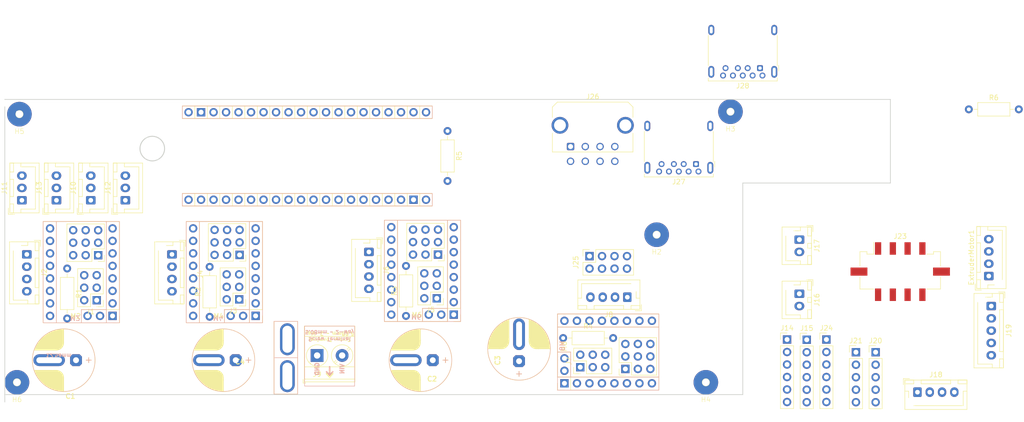
<source format=kicad_pcb>
(kicad_pcb (version 20241229) (generator "pcbnew") (generator_version "9.0")
  (title_block (title "Nyoomies KME v5 (Klipper Motor Expansion)") (date "2024-04-26") (rev "1") (company "Pera @ https://transfur.science/f191") (comment 1 "CERN OHL v2 -S") (comment 3 "https://github.com/comradef191/NyoomiesKME"))
  (layers (0 "F.Cu" signal) (2 "B.Cu" signal) (13 "F.Paste" user) (15 "B.Paste" user) (5 "F.SilkS" user "F.Silkscreen") (7 "B.SilkS" user "B.Silkscreen") (1 "F.Mask" user) (3 "B.Mask" user) (25 "Edge.Cuts" user))
  (net 0 "")
  (net 1 "SPI_MISO")
  (net 2 "+3V3")
  (net 10 "SPI_SCK")
  (net 11 "SPI_MOSI")
  (net 12 "GND")
  (net 13 "/Mainboard-OpenA1K/Stepstick-Slot1/CLK")
  (net 14 "/Mainboard-OpenA1K/Stepstick-Slot1/DIAG_INT")
  (net 15 "/Mainboard-OpenA1K/Stepstick-Slot1/PDN2")
  (net 16 "/Mainboard-OpenA1K/M1-DIAG")
  (net 17 "/Mainboard-OpenA1K/Stepstick-Slot2/CLK")
  (net 18 "/Mainboard-OpenA1K/Stepstick-Slot2/DIAG_INT")
  (net 19 "/Mainboard-OpenA1K/Stepstick-Slot2/PDN2")
  (net 20 "/Mainboard-OpenA1K/M2-DIAG")
  (net 21 "/Mainboard-OpenA1K/M3-DIAG")
  (net 22 "/Mainboard-OpenA1K/Stepstick-Slot3/PDN2")
  (net 23 "/Mainboard-OpenA1K/Stepstick-Slot3/DIAG_INT")
  (net 24 "/Mainboard-OpenA1K/Stepstick-Slot3/CLK")
  (net 25 "/Mainboard-OpenA1K/Stepstick-Slot4/PDN2")
  (net 26 "/Mainboard-OpenA1K/Stepstick-Slot4/CLK")
  (net 27 "/Mainboard-OpenA1K/M4-DIAG")
  (net 28 "/Mainboard-OpenA1K/Stepstick-Slot4/DIAG_INT")
  (net 29 "/Mainboard-OpenA1K/M1-EN")
  (net 30 "/Mainboard-OpenA1K/M2-EN")
  (net 31 "/Mainboard-OpenA1K/M3-EN")
  (net 32 "/Mainboard-OpenA1K/M4-EN")
  (net 33 "/Mainboard-OpenA1K/UART_TX")
  (net 34 "/Mainboard-OpenA1K/UART_RX")
  (net 35 "Net-(J9-Pin_2)")
  (net 36 "/Toolhead-OpenA1K/EXF_PWM")
  (net 37 "/Toolhead-OpenA1K/HT_CT")
  (net 38 "/Toolhead-OpenA1K/BL_PR")
  (net 39 "/Toolhead-OpenA1K/PCF_PWM")
  (net 40 "/Toolhead-OpenA1K/BL_SV")
  (net 41 "/Toolhead-OpenA1K/SFS_SW")
  (net 42 "/Toolhead-OpenA1K/D-")
  (net 43 "/Toolhead-OpenA1K/THM_SG")
  (net 44 "/Toolhead-OpenA1K/D+")
  (net 45 "/Toolhead-OpenA1K/PCF_SG")
  (net 46 "/Toolhead-OpenA1K/SFS_OP")
  (net 47 "/Toolhead-OpenA1K/EXF_SG")
  (net 49 "/Mainboard-OpenA1K/Stepstick-Slot1/MS2")
  (net 50 "/Mainboard-OpenA1K/Stepstick-Slot1/MS1")
  (net 51 "/Mainboard-OpenA1K/SPI_CS1")
  (net 52 "/Mainboard-OpenA1K/Stepstick-Slot1/PDN1")
  (net 53 "/Mainboard-OpenA1K/M1-DIR")
  (net 54 "/Mainboard-OpenA1K/M1-STEP")
  (net 55 "/Mainboard-OpenA1K/Stepstick-Slot1/COIL-B2")
  (net 56 "/Mainboard-OpenA1K/Stepstick-Slot1/COIL-A2")
  (net 57 "/Mainboard-OpenA1K/Stepstick-Slot1/COIL-B1")
  (net 58 "/Mainboard-OpenA1K/Stepstick-Slot1/COIL-A1")
  (net 59 "/Mainboard-OpenA1K/SPI_CS2")
  (net 60 "/Mainboard-OpenA1K/Stepstick-Slot2/MS1")
  (net 61 "/Mainboard-OpenA1K/Stepstick-Slot2/PDN1")
  (net 62 "/Mainboard-OpenA1K/Stepstick-Slot2/MS2")
  (net 63 "/Mainboard-OpenA1K/M2-DIR")
  (net 64 "/Mainboard-OpenA1K/Stepstick-Slot2/COIL-B1")
  (net 65 "/Mainboard-OpenA1K/M2-STEP")
  (net 66 "/Mainboard-OpenA1K/Stepstick-Slot2/COIL-A1")
  (net 67 "/Mainboard-OpenA1K/Stepstick-Slot2/COIL-B2")
  (net 68 "/Mainboard-OpenA1K/Stepstick-Slot2/COIL-A2")
  (net 69 "/Mainboard-OpenA1K/Stepstick-Slot3/MS2")
  (net 70 "/Mainboard-OpenA1K/Stepstick-Slot3/PDN1")
  (net 71 "/Mainboard-OpenA1K/SPI_CS3")
  (net 72 "/Mainboard-OpenA1K/Stepstick-Slot3/MS1")
  (net 73 "/Mainboard-OpenA1K/M3-DIR")
  (net 74 "/Mainboard-OpenA1K/Stepstick-Slot3/COIL-A1")
  (net 76 "/Mainboard-OpenA1K/Stepstick-Slot3/COIL-B1")
  (net 77 "/Mainboard-OpenA1K/Stepstick-Slot3/COIL-B2")
  (net 78 "/Mainboard-OpenA1K/Stepstick-Slot3/COIL-A2")
  (net 79 "/Mainboard-OpenA1K/M3-STEP")
  (net 80 "/Mainboard-OpenA1K/Stepstick-Slot4/MS1")
  (net 81 "/Mainboard-OpenA1K/Stepstick-Slot4/MS2")
  (net 82 "/Mainboard-OpenA1K/Stepstick-Slot4/PDN1")
  (net 83 "/Mainboard-OpenA1K/SPI_CS4")
  (net 84 "/Mainboard-OpenA1K/M4-DIR")
  (net 85 "/Mainboard-OpenA1K/Stepstick-Slot4/COIL-B2")
  (net 86 "/Mainboard-OpenA1K/M4-STEP")
  (net 87 "/Mainboard-OpenA1K/Stepstick-Slot4/COIL-A1")
  (net 88 "/Mainboard-OpenA1K/Stepstick-Slot4/COIL-A2")
  (net 89 "/Mainboard-OpenA1K/Stepstick-Slot4/COIL-B1")
  (net 91 "/Toolhead-OpenA1K/COIL-B1")
  (net 92 "/Toolhead-OpenA1K/GND")
  (net 93 "/Toolhead-OpenA1K/COIL-B2")
  (net 94 "/Toolhead-OpenA1K/COIL-A2")
  (net 95 "/Toolhead-OpenA1K/24v")
  (net 96 "/Toolhead-OpenA1K/COIL-A1")
  (net 97 "/Mainboard-OpenA1K/SPARE")
  (net 98 "/Toolhead-OpenA1K/3V3")
  (net 99 "/Toolhead-OpenA1K/GND_LV")
  (net 100 "/Toolhead-OpenA1K/5V")
  (net 101 "/Toolhead-OpenA1K/24V")
  (net 102 "Net-(D1-A)")
  (net 103 "Net-(D1-K)")
  (net 122 "Net-(Q1-G)")
  (net 123 "Net-(J25-Pin_5)")
  (net 124 "Net-(J25-Pin_7)")
  (net 125 "Net-(J25-Pin_1)")
  (net 126 "Net-(J25-Pin_3)")
  (net 127 "Net-(J26-Pin_4a)")
  (net 128 "Net-(J26-Pin_3a)")
  (footprint "Connector_JST:JST_XH_B5B-XH-AM_1x05_P2.50mm_Vertical" (layer "F.Cu") (at 350.5 92 -90)
    (property "Reference" "J19" (at 5 -3.55 90) (layer "F.SilkS"))
    (property "Value" "EXF" (hide yes))
    (pad "" np_thru_hole circle (at -1.6 2 270) (size 1.2 1.2) (drill 1.2) (layers "*.Cu" "*.Mask"))
    (pad "1" thru_hole roundrect (at 0 0 270) (size 1.7 1.95) (drill 0.95) (layers "*.Cu" "*.Mask") (roundrect_rratio 0.147059))
    (pad "2" thru_hole oval (at 2.5 0 270) (size 1.7 1.95) (drill 0.95) (layers "*.Cu" "*.Mask") (net 99 "/Toolhead-OpenA1K/GND_LV"))
    (pad "3" thru_hole oval (at 5 0 270) (size 1.7 1.95) (drill 0.95) (layers "*.Cu" "*.Mask") (net 100 "/Toolhead-OpenA1K/5V"))
    (pad "4" thru_hole oval (at 7.5 0 270) (size 1.7 1.95) (drill 0.95) (layers "*.Cu" "*.Mask") (net 47 "/Toolhead-OpenA1K/EXF_SG"))
    (pad "5" thru_hole oval (at 10 0 270) (size 1.7 1.95) (drill 0.95) (layers "*.Cu" "*.Mask") (net 36 "/Toolhead-OpenA1K/EXF_PWM"))
  )
  (footprint "Connector_Molex:Molex_Micro-Fit_3.0_43045-0821_2x04-1MP_P3.00mm_Horizontal" (layer "F.Cu") (at 265 59.585)
    (property "Reference" "J26" (at 4.5 -10.12 0) (layer "F.SilkS"))
    (property "Value" "MolexConnector")
    (pad "1" thru_hole roundrect (at 0 0) (size 1.5 1.5) (drill 1.02) (layers "*.Cu" "*.Mask") (roundrect_rratio 0.166667))
    (pad "2" thru_hole circle (at 3 0) (size 1.5 1.5) (drill 1.02) (layers "*.Cu" "*.Mask"))
    (pad "3" thru_hole circle (at 6 0) (size 1.5 1.5) (drill 1.02) (layers "*.Cu" "*.Mask"))
    (pad "4" thru_hole circle (at 9 0) (size 1.5 1.5) (drill 1.02) (layers "*.Cu" "*.Mask"))
    (pad "5" thru_hole circle (at 0 3) (size 1.5 1.5) (drill 1.02) (layers "*.Cu" "*.Mask"))
    (pad "6" thru_hole circle (at 3 3) (size 1.5 1.5) (drill 1.02) (layers "*.Cu" "*.Mask"))
    (pad "7" thru_hole circle (at 6 3) (size 1.5 1.5) (drill 1.02) (layers "*.Cu" "*.Mask"))
    (pad "8" thru_hole circle (at 9 3) (size 1.5 1.5) (drill 1.02) (layers "*.Cu" "*.Mask"))
    (pad "MP" thru_hole circle (at -2.15 -4.32) (size 3.41 3.41) (drill 2.41) (layers "*.Cu" "*.Mask"))
    (pad "MP" thru_hole circle (at 11.15 -4.32) (size 3.41 3.41) (drill 2.41) (layers "*.Cu" "*.Mask"))
  )
  (footprint "OpenA1K:Cap ~ 12.5, 2.5mm-7.5mm pitch" (layer "F.Cu") (at 194.46 103 180)
    (property "Reference" "C4" (at -3.353 -0.32 0) (layer "F.SilkS") (effects (font (thickness 0.2) (bold yes))))
    (property "Value" "470uF" (hide yes))
    (pad "1" thru_hole roundrect (at -2.5 0 180) (size 2.4 2.4) (drill 1.2) (layers "*.Cu" "*.Mask") (roundrect_rratio 0) (chamfer_ratio 0.2) (chamfer top_left top_right bottom_left bottom_right) (net 12 "GND"))
    (pad "2" thru_hole oval (at 2.96 0 180) (size 6.4 2.4) (drill oval 5.2 1.2) (layers "*.Cu" "*.Mask") (net 12 "GND"))
  )
  (footprint "OpenA1K:Socketed MCU - Pico (No Text)" (layer "F.Cu") (at 211.5 61.5 90)
    (property "Reference" "U1" (hide yes))
    (property "Value" "Pico")
    (pad "1" thru_hole oval (at -8.89 -24.13 90) (size 1.7 1.7) (drill 1.02) (layers "*.Cu" "*.Mask") (net 29 "/Mainboard-OpenA1K/M1-EN"))
    (pad "2" thru_hole oval (at -8.89 -21.59 90) (size 1.7 1.7) (drill 1.02) (layers "*.Cu" "*.Mask") (net 16 "/Mainboard-OpenA1K/M1-DIAG"))
    (pad "3" thru_hole circle (at -8.89 -19.05 90) (size 1.7 1.7) (drill 1.02) (layers "*.Cu" "*.Mask") (net 12 "GND"))
    (pad "4" thru_hole oval (at -8.89 -16.51 90) (size 1.7 1.7) (drill 1.02) (layers "*.Cu" "*.Mask") (net 54 "/Mainboard-OpenA1K/M1-STEP"))
    (pad "5" thru_hole oval (at -8.89 -13.97 90) (size 1.7 1.7) (drill 1.02) (layers "*.Cu" "*.Mask") (net 53 "/Mainboard-OpenA1K/M1-DIR"))
    (pad "6" thru_hole oval (at -8.89 -11.43 90) (size 1.7 1.7) (drill 1.02) (layers "*.Cu" "*.Mask") (net 51 "/Mainboard-OpenA1K/SPI_CS1"))
    (pad "7" thru_hole oval (at -8.89 -8.89 90) (size 1.7 1.7) (drill 1.02) (layers "*.Cu" "*.Mask") (net 30 "/Mainboard-OpenA1K/M2-EN"))
    (pad "8" thru_hole circle (at -8.89 -6.35 90) (size 1.7 1.7) (drill 1.02) (layers "*.Cu" "*.Mask") (net 12 "GND"))
    (pad "9" thru_hole oval (at -8.89 -3.81 90) (size 1.7 1.7) (drill 1.02) (layers "*.Cu" "*.Mask") (net 20 "/Mainboard-OpenA1K/M2-DIAG"))
    (pad "10" thru_hole oval (at -8.89 -1.27 90) (size 1.7 1.7) (drill 1.02) (layers "*.Cu" "*.Mask") (net 65 "/Mainboard-OpenA1K/M2-STEP"))
    (pad "11" thru_hole oval (at -8.89 1.27 90) (size 1.7 1.7) (drill 1.02) (layers "*.Cu" "*.Mask") (net 63 "/Mainboard-OpenA1K/M2-DIR"))
    (pad "12" thru_hole oval (at -8.89 3.81 90) (size 1.7 1.7) (drill 1.02) (layers "*.Cu" "*.Mask") (net 59 "/Mainboard-OpenA1K/SPI_CS2"))
    (pad "13" thru_hole circle (at -8.89 6.35 90) (size 1.7 1.7) (drill 1.02) (layers "*.Cu" "*.Mask") (net 12 "GND"))
    (pad "14" thru_hole oval (at -8.89 8.89 90) (size 1.7 1.7) (drill 1.02) (layers "*.Cu" "*.Mask") (net 31 "/Mainboard-OpenA1K/M3-EN"))
    (pad "15" thru_hole oval (at -8.89 11.43 90) (size 1.7 1.7) (drill 1.02) (layers "*.Cu" "*.Mask") (net 21 "/Mainboard-OpenA1K/M3-DIAG"))
    (pad "16" thru_hole oval (at -8.89 13.97 90) (size 1.7 1.7) (drill 1.02) (layers "*.Cu" "*.Mask") (net 79 "/Mainboard-OpenA1K/M3-STEP"))
    (pad "17" thru_hole oval (at -8.89 16.51 90) (size 1.7 1.7) (drill 1.02) (layers "*.Cu" "*.Mask") (net 73 "/Mainboard-OpenA1K/M3-DIR"))
    (pad "18" thru_hole circle (at -8.89 19.05 90) (size 1.7 1.7) (drill 1.02) (layers "*.Cu" "*.Mask") (net 12 "GND"))
    (pad "19" thru_hole rect (at -8.89 21.59 90) (size 1.7 1.7) (drill 1.02) (layers "*.Cu" "*.Mask") (net 33 "/Mainboard-OpenA1K/UART_TX"))
    (pad "20" thru_hole oval (at -8.89 24.13 90) (size 1.7 1.7) (drill 1.02) (layers "*.Cu" "*.Mask") (net 34 "/Mainboard-OpenA1K/UART_RX"))
    (pad "21" thru_hole oval (at 8.89 24.13 90) (size 1.7 1.7) (drill 1.02) (layers "*.Cu" "*.Mask") (net 1 "SPI_MISO"))
    (pad "22" thru_hole oval (at 8.89 21.59 90) (size 1.7 1.7) (drill 1.02) (layers "*.Cu" "*.Mask") (net 83 "/Mainboard-OpenA1K/SPI_CS4"))
    (pad "23" thru_hole circle (at 8.89 19.05 90) (size 1.7 1.7) (drill 1.02) (layers "*.Cu" "*.Mask") (net 12 "GND"))
    (pad "24" thru_hole oval (at 8.89 16.51 90) (size 1.7 1.7) (drill 1.02) (layers "*.Cu" "*.Mask") (net 10 "SPI_SCK"))
    (pad "25" thru_hole oval (at 8.89 13.97 90) (size 1.7 1.7) (drill 1.02) (layers "*.Cu" "*.Mask") (net 11 "SPI_MOSI"))
    (pad "26" thru_hole oval (at 8.89 11.43 90) (size 1.7 1.7) (drill 1.02) (layers "*.Cu" "*.Mask") (net 84 "/Mainboard-OpenA1K/M4-DIR"))
    (pad "27" thru_hole oval (at 8.89 8.89 90) (size 1.7 1.7) (drill 1.02) (layers "*.Cu" "*.Mask") (net 97 "/Mainboard-OpenA1K/SPARE"))
    (pad "28" thru_hole circle (at 8.89 6.35 90) (size 1.7 1.7) (drill 1.02) (layers "*.Cu" "*.Mask") (net 12 "GND"))
    (pad "29" thru_hole oval (at 8.89 3.81 90) (size 1.7 1.7) (drill 1.02) (layers "*.Cu" "*.Mask") (net 86 "/Mainboard-OpenA1K/M4-STEP"))
    (pad "30" thru_hole oval (at 8.89 1.27 90) (size 1.7 1.7) (drill 1.02) (layers "*.Cu" "*.Mask"))
    (pad "31" thru_hole oval (at 8.89 -1.27 90) (size 1.7 1.7) (drill 1.02) (layers "*.Cu" "*.Mask") (net 27 "/Mainboard-OpenA1K/M4-DIAG"))
    (pad "32" thru_hole oval (at 8.89 -3.81 90) (size 1.7 1.7) (drill 1.02) (layers "*.Cu" "*.Mask") (net 32 "/Mainboard-OpenA1K/M4-EN"))
    (pad "33" thru_hole circle (at 8.89 -6.35 90) (size 1.7 1.7) (drill 1.02) (layers "*.Cu" "*.Mask") (net 12 "GND"))
    (pad "34" thru_hole oval (at 8.89 -8.89 90) (size 1.7 1.7) (drill 1.02) (layers "*.Cu" "*.Mask") (net 71 "/Mainboard-OpenA1K/SPI_CS3"))
    (pad "35" thru_hole oval (at 8.89 -11.43 90) (size 1.7 1.7) (drill 1.02) (layers "*.Cu" "*.Mask"))
    (pad "36" thru_hole oval (at 8.89 -13.97 90) (size 1.7 1.7) (drill 1.02) (layers "*.Cu" "*.Mask") (net 2 "+3V3"))
    (pad "37" thru_hole oval (at 8.89 -16.51 90) (size 1.7 1.7) (drill 1.02) (layers "*.Cu" "*.Mask"))
    (pad "38" thru_hole circle (at 8.89 -19.05 90) (size 1.7 1.7) (drill 1.02) (layers "*.Cu" "*.Mask") (net 12 "GND"))
    (pad "39" thru_hole rect (at 8.89 -21.59 90) (size 1.7 1.7) (drill 1.02) (layers "*.Cu" "*.Mask"))
    (pad "40" thru_hole oval (at 8.89 -24.13 90) (size 1.7 1.7) (drill 1.02) (layers "*.Cu" "*.Mask"))
  )
  (footprint "Connector_PinHeader_2.54mm:PinHeader_1x06_P2.54mm_Vertical" (layer "F.Cu") (at 309 98.8)
    (property "Reference" "J14" (at 0 -2.33 0) (layer "F.SilkS"))
    (property "Value" "Pico Conn1" (hide yes))
    (pad "1" thru_hole rect (at 0 0) (size 1.7 1.7) (drill 1) (layers "*.Cu" "*.Mask") (net 41 "/Toolhead-OpenA1K/SFS_SW"))
    (pad "2" thru_hole oval (at 0 2.54) (size 1.7 1.7) (drill 1) (layers "*.Cu" "*.Mask") (net 37 "/Toolhead-OpenA1K/HT_CT"))
    (pad "3" thru_hole oval (at 0 5.08) (size 1.7 1.7) (drill 1) (layers "*.Cu" "*.Mask") (net 38 "/Toolhead-OpenA1K/BL_PR"))
    (pad "4" thru_hole oval (at 0 7.62) (size 1.7 1.7) (drill 1) (layers "*.Cu" "*.Mask") (net 40 "/Toolhead-OpenA1K/BL_SV"))
    (pad "5" thru_hole oval (at 0 10.16) (size 1.7 1.7) (drill 1) (layers "*.Cu" "*.Mask") (net 39 "/Toolhead-OpenA1K/PCF_PWM"))
    (pad "6" thru_hole oval (at 0 12.7) (size 1.7 1.7) (drill 1) (layers "*.Cu" "*.Mask") (net 36 "/Toolhead-OpenA1K/EXF_PWM"))
  )
  (footprint "Connector_PinHeader_2.54mm:PinHeader_2x03_P2.54mm_Vertical" (layer "F.Cu") (at 197.66 90.645 180)
    (property "Reference" "J3" (at 1.27 -2.33 0) (layer "F.SilkS"))
    (property "Value" "Conn_02x03_Odd_Even" (hide yes))
    (pad "1" thru_hole rect (at 0 0 180) (size 1.7 1.7) (drill 1) (layers "*.Cu" "*.Mask") (net 20 "/Mainboard-OpenA1K/M2-DIAG"))
    (pad "2" thru_hole oval (at 2.54 0 180) (size 1.7 1.7) (drill 1) (layers "*.Cu" "*.Mask") (net 18 "/Mainboard-OpenA1K/Stepstick-Slot2/DIAG_INT"))
    (pad "3" thru_hole oval (at 0 2.54 180) (size 1.7 1.7) (drill 1) (layers "*.Cu" "*.Mask") (net 17 "/Mainboard-OpenA1K/Stepstick-Slot2/CLK"))
    (pad "4" thru_hole oval (at 2.54 2.54 180) (size 1.7 1.7) (drill 1) (layers "*.Cu" "*.Mask") (net 18 "/Mainboard-OpenA1K/Stepstick-Slot2/DIAG_INT"))
    (pad "5" thru_hole oval (at 0 5.08 180) (size 1.7 1.7) (drill 1) (layers "*.Cu" "*.Mask") (net 1 "SPI_MISO"))
    (pad "6" thru_hole oval (at 2.54 5.08 180) (size 1.7 1.7) (drill 1) (layers "*.Cu" "*.Mask") (net 19 "/Mainboard-OpenA1K/Stepstick-Slot2/PDN2"))
  )
  (footprint "Connector_PinHeader_2.54mm:PinHeader_1x05_P2.54mm_Vertical" (layer "F.Cu") (at 327 101.38)
    (property "Reference" "J20" (at 0 -2.33 0) (layer "F.SilkS"))
    (property "Value" "SFS" (hide yes))
    (pad "1" thru_hole rect (at 0 0) (size 1.7 1.7) (drill 1) (layers "*.Cu" "*.Mask") (net 99 "/Toolhead-OpenA1K/GND_LV"))
    (pad "2" thru_hole oval (at 0 2.54) (size 1.7 1.7) (drill 1) (layers "*.Cu" "*.Mask") (net 46 "/Toolhead-OpenA1K/SFS_OP"))
    (pad "3" thru_hole oval (at 0 5.08) (size 1.7 1.7) (drill 1) (layers "*.Cu" "*.Mask") (net 99 "/Toolhead-OpenA1K/GND_LV"))
    (pad "4" thru_hole oval (at 0 7.62) (size 1.7 1.7) (drill 1) (layers "*.Cu" "*.Mask") (net 100 "/Toolhead-OpenA1K/5V"))
    (pad "5" thru_hole oval (at 0 10.16) (size 1.7 1.7) (drill 1) (layers "*.Cu" "*.Mask") (net 41 "/Toolhead-OpenA1K/SFS_SW"))
  )
  (footprint "Resistor_THT:R_Axial_DIN0207_L6.3mm_D2.5mm_P10.16mm_Horizontal" (layer "F.Cu") (at 191.66 94.185 90)
    (property "Reference" "R2" (at 5.08 -2.37 90) (layer "F.SilkS"))
    (property "Value" "10kΩ")
    (pad "1" thru_hole circle (at 0 0 90) (size 1.6 1.6) (drill 0.8) (layers "*.Cu" "*.Mask") (net 30 "/Mainboard-OpenA1K/M2-EN"))
    (pad "2" thru_hole oval (at 10.16 0 90) (size 1.6 1.6) (drill 0.8) (layers "*.Cu" "*.Mask") (net 2 "+3V3"))
  )
  (footprint "OpenA1K:TMC2209 Footprint" (layer "F.Cu") (at 263.76 107.7 90)
    (property "Reference" "M8" (at 6.35 -0.0635 90) (layer "F.SilkS") (effects (justify left)))
    (property "Value" "TMC2209 Breakout" (hide yes))
    (fp_text user "${REFERENCE}" (at 8.763869 0.1635 90) (layer "B.SilkS") (effects (justify left bottom mirror)))
    (pad "1" thru_hole rect (at 0 0 90) (size 1.7 1.7) (drill 1) (layers "*.Cu" "*.Mask") (net 32 "/Mainboard-OpenA1K/M4-EN"))
    (pad "2" thru_hole circle (at 0 2.54 90) (size 1.7 1.7) (drill 1) (layers "*.Cu" "*.Mask") (net 80 "/Mainboard-OpenA1K/Stepstick-Slot4/MS1"))
    (pad "3" thru_hole circle (at 0 5.08 90) (size 1.7 1.7) (drill 1) (layers "*.Cu" "*.Mask") (net 81 "/Mainboard-OpenA1K/Stepstick-Slot4/MS2"))
    (pad "4" thru_hole circle (at 0 7.62 90) (size 1.7 1.7) (drill 1) (layers "*.Cu" "*.Mask") (net 82 "/Mainboard-OpenA1K/Stepstick-Slot4/PDN1"))
    (pad "5" thru_hole circle (at 0 10.16 90) (size 1.7 1.7) (drill 1) (layers "*.Cu" "*.Mask") (net 25 "/Mainboard-OpenA1K/Stepstick-Slot4/PDN2"))
    (pad "6" thru_hole circle (at 0 12.7 90) (size 1.7 1.7) (drill 1) (layers "*.Cu" "*.Mask") (net 26 "/Mainboard-OpenA1K/Stepstick-Slot4/CLK"))
    (pad "7" thru_hole circle (at 0 15.24 90) (size 1.7 1.7) (drill 1) (layers "*.Cu" "*.Mask") (net 86 "/Mainboard-OpenA1K/M4-STEP"))
    (pad "8" thru_hole circle (at 0 17.78 90) (size 1.7 1.7) (drill 1) (layers "*.Cu" "*.Mask") (net 84 "/Mainboard-OpenA1K/M4-DIR"))
    (pad "9" thru_hole circle (at 12.7 17.78 90) (size 1.7 1.7) (drill 1) (layers "*.Cu" "*.Mask") (net 12 "GND"))
    (pad "10" thru_hole circle (at 12.7 15.24 90) (size 1.7 1.7) (drill 1) (layers "*.Cu" "*.Mask") (net 2 "+3V3"))
    (pad "11" thru_hole circle (at 12.7 12.7 90) (size 1.7 1.7) (drill 1) (layers "*.Cu" "*.Mask") (net 85 "/Mainboard-OpenA1K/Stepstick-Slot4/COIL-B2"))
    (pad "12" thru_hole circle (at 12.7 10.16 90) (size 1.7 1.7) (drill 1) (layers "*.Cu" "*.Mask") (net 89 "/Mainboard-OpenA1K/Stepstick-Slot4/COIL-B1"))
    (pad "13" thru_hole circle (at 12.7 7.62 90) (size 1.7 1.7) (drill 1) (layers "*.Cu" "*.Mask") (net 87 "/Mainboard-OpenA1K/Stepstick-Slot4/COIL-A1"))
    (pad "14" thru_hole circle (at 12.7 5.08 90) (size 1.7 1.7) (drill 1) (layers "*.Cu" "*.Mask") (net 88 "/Mainboard-OpenA1K/Stepstick-Slot4/COIL-A2"))
    (pad "15" thru_hole circle (at 12.7 2.54 90) (size 1.7 1.7) (drill 1) (layers "*.Cu" "*.Mask") (net 12 "GND"))
    (pad "16" thru_hole circle (at 12.7 0 90) (size 1.7 1.7) (drill 1) (layers "*.Cu" "*.Mask") (net 12 "GND"))
    (pad "17" thru_hole circle (at 2.54 0 90) (size 1.7 1.7) (drill 1) (layers "*.Cu" "*.Mask"))
    (pad "18" thru_hole circle (at 5.08 0 90) (size 1.7 1.7) (drill 1) (layers "*.Cu" "*.Mask") (net 28 "/Mainboard-OpenA1K/Stepstick-Slot4/DIAG_INT"))
  )
  (footprint "Connector_PinHeader_2.54mm:PinHeader_1x05_P2.54mm_Vertical" (layer "F.Cu") (at 323 101.38)
    (property "Reference" "J21" (at 0 -2.33 0) (layer "F.SilkS"))
    (property "Value" "Probe" (hide yes))
    (pad "1" thru_hole rect (at 0 0) (size 1.7 1.7) (drill 1) (layers "*.Cu" "*.Mask") (net 99 "/Toolhead-OpenA1K/GND_LV"))
    (pad "2" thru_hole oval (at 0 2.54) (size 1.7 1.7) (drill 1) (layers "*.Cu" "*.Mask") (net 100 "/Toolhead-OpenA1K/5V"))
    (pad "3" thru_hole oval (at 0 5.08) (size 1.7 1.7) (drill 1) (layers "*.Cu" "*.Mask") (net 40 "/Toolhead-OpenA1K/BL_SV"))
    (pad "4" thru_hole oval (at 0 7.62) (size 1.7 1.7) (drill 1) (layers "*.Cu" "*.Mask") (net 99 "/Toolhead-OpenA1K/GND_LV"))
    (pad "5" thru_hole oval (at 0 10.16) (size 1.7 1.7) (drill 1) (layers "*.Cu" "*.Mask") (net 38 "/Toolhead-OpenA1K/BL_PR"))
  )
  (footprint "Connector_PinHeader_2.54mm:PinHeader_2x03_P2.54mm_Vertical" (layer "F.Cu") (at 168.7048 90.8115 180)
    (property "Reference" "J1" (at 1.27 -2.33 0) (layer "F.SilkS"))
    (property "Value" "Conn_02x03_Odd_Even" (hide yes))
    (pad "1" thru_hole rect (at 0 0 180) (size 1.7 1.7) (drill 1) (layers "*.Cu" "*.Mask") (net 16 "/Mainboard-OpenA1K/M1-DIAG"))
    (pad "2" thru_hole oval (at 2.54 0 180) (size 1.7 1.7) (drill 1) (layers "*.Cu" "*.Mask") (net 14 "/Mainboard-OpenA1K/Stepstick-Slot1/DIAG_INT"))
    (pad "3" thru_hole oval (at 0 2.54 180) (size 1.7 1.7) (drill 1) (layers "*.Cu" "*.Mask") (net 13 "/Mainboard-OpenA1K/Stepstick-Slot1/CLK"))
    (pad "4" thru_hole oval (at 2.54 2.54 180) (size 1.7 1.7) (drill 1) (layers "*.Cu" "*.Mask") (net 14 "/Mainboard-OpenA1K/Stepstick-Slot1/DIAG_INT"))
    (pad "5" thru_hole oval (at 0 5.08 180) (size 1.7 1.7) (drill 1) (layers "*.Cu" "*.Mask") (net 1 "SPI_MISO"))
    (pad "6" thru_hole oval (at 2.54 5.08 180) (size 1.7 1.7) (drill 1) (layers "*.Cu" "*.Mask") (net 15 "/Mainboard-OpenA1K/Stepstick-Slot1/PDN2"))
  )
  (footprint "Connector_JST:JST_XH_B4B-XH-AM_1x04_P2.50mm_Vertical" (layer "F.Cu") (at 335.5 109.5)
    (property "Reference" "J18" (at 3.75 -3.55 0) (layer "F.SilkS"))
    (property "Value" "PCF" (hide yes))
    (pad "" np_thru_hole circle (at -1.6 2) (size 1.2 1.2) (drill 1.2) (layers "*.Cu" "*.Mask"))
    (pad "1" thru_hole roundrect (at 0 0) (size 1.7 1.95) (drill 0.95) (layers "*.Cu" "*.Mask") (roundrect_rratio 0.147059) (net 92 "/Toolhead-OpenA1K/GND"))
    (pad "2" thru_hole oval (at 2.5 0) (size 1.7 1.95) (drill 0.95) (layers "*.Cu" "*.Mask") (net 101 "/Toolhead-OpenA1K/24V"))
    (pad "3" thru_hole oval (at 5 0) (size 1.7 1.95) (drill 0.95) (layers "*.Cu" "*.Mask") (net 45 "/Toolhead-OpenA1K/PCF_SG"))
    (pad "4" thru_hole oval (at 7.5 0) (size 1.7 1.95) (drill 0.95) (layers "*.Cu" "*.Mask") (net 36 "/Toolhead-OpenA1K/EXF_PWM"))
  )
  (footprint "OpenA1K:Cap ~ 12.5, 2.5mm-7.5mm pitch" (layer "F.Cu") (at 254.54 100.7 90)
    (property "Reference" "C3" (at -2.353 -4.36 90) (layer "F.SilkS") (effects (font (thickness 0.2) (bold yes))))
    (property "Value" "470uF" (hide yes))
    (pad "1" thru_hole roundrect (at -2.5 0 90) (size 2.4 2.4) (drill 1.2) (layers "*.Cu" "*.Mask") (roundrect_rratio 0) (chamfer_ratio 0.2) (chamfer top_left top_right bottom_left bottom_right) (net 12 "GND"))
    (pad "2" thru_hole oval (at 2.96 0 90) (size 6.4 2.4) (drill oval 5.2 1.2) (layers "*.Cu" "*.Mask") (net 12 "GND"))
  )
  (footprint "Resistor_THT:R_Axial_DIN0207_L6.3mm_D2.5mm_P10.16mm_Horizontal" (layer "F.Cu") (at 231.565 94 90)
    (property "Reference" "R3" (at 5.08 -2.37 90) (layer "F.SilkS"))
    (property "Value" "10kΩ")
    (pad "1" thru_hole circle (at 0 0 90) (size 1.6 1.6) (drill 0.8) (layers "*.Cu" "*.Mask") (net 31 "/Mainboard-OpenA1K/M3-EN"))
    (pad "2" thru_hole oval (at 10.16 0 90) (size 1.6 1.6) (drill 0.8) (layers "*.Cu" "*.Mask") (net 2 "+3V3"))
  )
  (footprint "OpenA1K:Mountinghole_m1.5" (layer "F.Cu") (at 297.5 52.5)
    (property "Reference" "H3" (at 0 3.5 0) (layer "F.SilkS") (effects (font (thickness 0.1))))
    (property "Value" "M1.5" (hide yes))
    (pad "1" thru_hole circle (at 0 0) (size 5 5) (drill 1.5) (layers "*.Cu" "*.Mask") (net 12 "GND"))
  )
  (footprint "OpenA1K:PinHeader 3x03 P2.54mm" (layer "F.Cu") (at 195.2 79.065 180)
    (property "Reference" "M3" (hide yes))
    (property "Value" "~" (hide yes))
    (pad "1" thru_hole rect (at -2.54 -2.54 180) (size 1.7 1.7) (drill 1) (layers "*.Cu" "*.Mask") (net 10 "SPI_SCK"))
    (pad "2" thru_hole oval (at 0 -2.54 180) (size 1.7 1.7) (drill 1) (layers "*.Cu" "*.Mask") (net 62 "/Mainboard-OpenA1K/Stepstick-Slot2/MS2"))
    (pad "3" thru_hole oval (at 2.54 -2.54 180) (size 1.7 1.7) (drill 1) (layers "*.Cu" "*.Mask") (net 2 "+3V3"))
    (pad "4" thru_hole oval (at -2.54 0 180) (size 1.7 1.7) (drill 1) (layers "*.Cu" "*.Mask") (net 11 "SPI_MOSI"))
    (pad "5" thru_hole oval (at 0 0 180) (size 1.7 1.7) (drill 1) (layers "*.Cu" "*.Mask") (net 60 "/Mainboard-OpenA1K/Stepstick-Slot2/MS1"))
    (pad "6" thru_hole oval (at 2.54 0 180) (size 1.7 1.7) (drill 1) (layers "*.Cu" "*.Mask") (net 12 "GND"))
    (pad "7" thru_hole circle (at -2.54 2.54 180) (size 1.7 1.7) (drill 1) (layers "*.Cu" "*.Mask") (net 59 "/Mainboard-OpenA1K/SPI_CS2"))
    (pad "8" thru_hole circle (at 0 2.54 180) (size 1.7 1.7) (drill 1) (layers "*.Cu" "*.Mask") (net 61 "/Mainboard-OpenA1K/Stepstick-Slot2/PDN1"))
    (pad "9" thru_hole circle (at 2.54 2.54 180) (size 1.7 1.7) (drill 1) (layers "*.Cu" "*.Mask") (net 34 "/Mainboard-OpenA1K/UART_RX"))
  )
  (footprint "OpenA1K:PinHeader 3x03 P2.54mm" (layer "F.Cu") (at 278.6843 102.2423 90)
    (property "Reference" "M7" (hide yes))
    (property "Value" "~" (hide yes))
    (pad "1" thru_hole rect (at -2.54 -2.54 90) (size 1.7 1.7) (drill 1) (layers "*.Cu" "*.Mask") (net 10 "SPI_SCK"))
    (pad "2" thru_hole oval (at 0 -2.54 90) (size 1.7 1.7) (drill 1) (layers "*.Cu" "*.Mask") (net 81 "/Mainboard-OpenA1K/Stepstick-Slot4/MS2"))
    (pad "3" thru_hole oval (at 2.54 -2.54 90) (size 1.7 1.7) (drill 1) (layers "*.Cu" "*.Mask") (net 12 "GND"))
    (pad "4" thru_hole oval (at -2.54 0 90) (size 1.7 1.7) (drill 1) (layers "*.Cu" "*.Mask") (net 11 "SPI_MOSI"))
    (pad "5" thru_hole oval (at 0 0 90) (size 1.7 1.7) (drill 1) (layers "*.Cu" "*.Mask") (net 80 "/Mainboard-OpenA1K/Stepstick-Slot4/MS1"))
    (pad "6" thru_hole oval (at 2.54 0 90) (size 1.7 1.7) (drill 1) (layers "*.Cu" "*.Mask") (net 12 "GND"))
    (pad "7" thru_hole circle (at -2.54 2.54 90) (size 1.7 1.7) (drill 1) (layers "*.Cu" "*.Mask") (net 83 "/Mainboard-OpenA1K/SPI_CS4"))
    (pad "8" thru_hole circle (at 0 2.54 90) (size 1.7 1.7) (drill 1) (layers "*.Cu" "*.Mask") (net 82 "/Mainboard-OpenA1K/Stepstick-Slot4/PDN1"))
    (pad "9" thru_hole circle (at 2.54 2.54 90) (size 1.7 1.7) (drill 1) (layers "*.Cu" "*.Mask") (net 34 "/Mainboard-OpenA1K/UART_RX"))
  )
  (footprint "Connector_PinHeader_2.54mm:PinHeader_1x06_P2.54mm_Vertical" (layer "F.Cu") (at 317 98.8)
    (property "Reference" "J24" (at 0 -2.33 0) (layer "F.SilkS"))
    (property "Value" "Pico Conn3" (hide yes))
    (pad "1" thru_hole rect (at 0 0) (size 1.7 1.7) (drill 1) (layers "*.Cu" "*.Mask") (net 99 "/Toolhead-OpenA1K/GND_LV"))
    (pad "2" thru_hole oval (at 0 2.54) (size 1.7 1.7) (drill 1) (layers "*.Cu" "*.Mask") (net 99 "/Toolhead-OpenA1K/GND_LV"))
    (pad "3" thru_hole oval (at 0 5.08) (size 1.7 1.7) (drill 1) (layers "*.Cu" "*.Mask") (net 98 "/Toolhead-OpenA1K/3V3"))
    (pad "4" thru_hole oval (at 0 7.62) (size 1.7 1.7) (drill 1) (layers "*.Cu" "*.Mask") (net 100 "/Toolhead-OpenA1K/5V"))
    (pad "5" thru_hole oval (at 0 10.16) (size 1.7 1.7) (drill 1) (layers "*.Cu" "*.Mask") (net 99 "/Toolhead-OpenA1K/GND_LV"))
    (pad "6" thru_hole oval (at 0 12.7) (size 1.7 1.7) (drill 1) (layers "*.Cu" "*.Mask") (net 99 "/Toolhead-OpenA1K/GND_LV"))
  )
  (footprint "OpenA1K:Mountinghole_m1.5" (layer "F.Cu") (at 152.5 107.5)
    (property "Reference" "H6" (at 0 3.5 0) (layer "F.SilkS") (effects (font (thickness 0.1))))
    (property "Value" "M1.5" (hide yes))
    (pad "1" thru_hole circle (at 0 0) (size 5 5) (drill 1.5) (layers "*.Cu" "*.Mask") (net 12 "GND"))
  )
  (footprint "Connector_JST:JST_XH_B3B-XH-A_1x03_P2.50mm_Vertical" (layer "F.Cu") (at 167.5 70.5 90)
    (property "Reference" "J10" (at 2.5 -3.55 90) (layer "F.SilkS"))
    (property "Value" "Conn_01x03" (hide yes))
    (pad "1" thru_hole roundrect (at 0 0 90) (size 1.7 1.95) (drill 0.95) (layers "*.Cu" "*.Mask") (roundrect_rratio 0.147059) (net 2 "+3V3"))
    (pad "2" thru_hole oval (at 2.5 0 90) (size 1.7 1.95) (drill 0.95) (layers "*.Cu" "*.Mask") (net 16 "/Mainboard-OpenA1K/M1-DIAG"))
    (pad "3" thru_hole oval (at 5 0 90) (size 1.7 1.95) (drill 0.95) (layers "*.Cu" "*.Mask") (net 12 "GND"))
  )
  (footprint "OpenA1K:Mountinghole_m1.5" (layer "F.Cu") (at 153 53)
    (property "Reference" "H5" (at 0 3.5 0) (layer "F.SilkS") (effects (font (thickness 0.1))))
    (property "Value" "M1.5" (hide yes))
    (pad "1" thru_hole circle (at 0 0) (size 5 5) (drill 1.5) (layers "*.Cu" "*.Mask") (net 12 "GND"))
  )
  (footprint "OpenA1K:TMC2209 Footprint" (layer "F.Cu") (at 171.924 94 180)
    (property "Reference" "M2" (at 6.35 -0.0635 0) (layer "F.SilkS") (effects (justify right)))
    (property "Value" "TMC2209 Breakout" (hide yes))
    (fp_text user "${REFERENCE}" (at 8.763869 0.1635 180) (layer "B.SilkS") (effects (justify left bottom mirror)))
    (pad "1" thru_hole rect (at 0 0 180) (size 1.7 1.7) (drill 1) (layers "*.Cu" "*.Mask") (net 29 "/Mainboard-OpenA1K/M1-EN"))
    (pad "2" thru_hole circle (at 0 2.54 180) (size 1.7 1.7) (drill 1) (layers "*.Cu" "*.Mask") (net 50 "/Mainboard-OpenA1K/Stepstick-Slot1/MS1"))
    (pad "3" thru_hole circle (at 0 5.08 180) (size 1.7 1.7) (drill 1) (layers "*.Cu" "*.Mask") (net 49 "/Mainboard-OpenA1K/Stepstick-Slot1/MS2"))
    (pad "4" thru_hole circle (at 0 7.62 180) (size 1.7 1.7) (drill 1) (layers "*.Cu" "*.Mask") (net 52 "/Mainboard-OpenA1K/Stepstick-Slot1/PDN1"))
    (pad "5" thru_hole circle (at 0 10.16 180) (size 1.7 1.7) (drill 1) (layers "*.Cu" "*.Mask") (net 15 "/Mainboard-OpenA1K/Stepstick-Slot1/PDN2"))
    (pad "6" thru_hole circle (at 0 12.7 180) (size 1.7 1.7) (drill 1) (layers "*.Cu" "*.Mask") (net 13 "/Mainboard-OpenA1K/Stepstick-Slot1/CLK"))
    (pad "7" thru_hole circle (at 0 15.24 180) (size 1.7 1.7) (drill 1) (layers "*.Cu" "*.Mask") (net 54 "/Mainboard-OpenA1K/M1-STEP"))
    (pad "8" thru_hole circle (at 0 17.78 180) (size 1.7 1.7) (drill 1) (layers "*.Cu" "*.Mask") (net 53 "/Mainboard-OpenA1K/M1-DIR"))
    (pad "9" thru_hole circle (at 12.7 17.78 180) (size 1.7 1.7) (drill 1) (layers "*.Cu" "*.Mask") (net 12 "GND"))
    (pad "10" thru_hole circle (at 12.7 15.24 180) (size 1.7 1.7) (drill 1) (layers "*.Cu" "*.Mask") (net 2 "+3V3"))
    (pad "11" thru_hole circle (at 12.7 12.7 180) (size 1.7 1.7) (drill 1) (layers "*.Cu" "*.Mask") (net 55 "/Mainboard-OpenA1K/Stepstick-Slot1/COIL-B2"))
    (pad "12" thru_hole circle (at 12.7 10.16 180) (size 1.7 1.7) (drill 1) (layers "*.Cu" "*.Mask") (net 57 "/Mainboard-OpenA1K/Stepstick-Slot1/COIL-B1"))
    (pad "13" thru_hole circle (at 12.7 7.62 180) (size 1.7 1.7) (drill 1) (layers "*.Cu" "*.Mask") (net 58 "/Mainboard-OpenA1K/Stepstick-Slot1/COIL-A1"))
    (pad "14" thru_hole circle (at 12.7 5.08 180) (size 1.7 1.7) (drill 1) (layers "*.Cu" "*.Mask") (net 56 "/Mainboard-OpenA1K/Stepstick-Slot1/COIL-A2"))
    (pad "15" thru_hole circle (at 12.7 2.54 180) (size 1.7 1.7) (drill 1) (layers "*.Cu" "*.Mask") (net 12 "GND"))
    (pad "16" thru_hole circle (at 12.7 0 180) (size 1.7 1.7) (drill 1) (layers "*.Cu" "*.Mask") (net 12 "GND"))
    (pad "17" thru_hole circle (at 2.54 0 180) (size 1.7 1.7) (drill 1) (layers "*.Cu" "*.Mask"))
    (pad "18" thru_hole circle (at 5.08 0 180) (size 1.7 1.7) (drill 1) (layers "*.Cu" "*.Mask") (net 14 "/Mainboard-OpenA1K/Stepstick-Slot1/DIAG_INT"))
  )
  (footprint "OpenA1K:PinHeader 3x03 P2.54mm" (layer "F.Cu") (at 166.46 79.1219 180)
    (property "Reference" "M1" (hide yes))
    (property "Value" "~" (hide yes))
    (pad "1" thru_hole rect (at -2.54 -2.54 180) (size 1.7 1.7) (drill 1) (layers "*.Cu" "*.Mask") (net 10 "SPI_SCK"))
    (pad "2" thru_hole oval (at 0 -2.54 180) (size 1.7 1.7) (drill 1) (layers "*.Cu" "*.Mask") (net 49 "/Mainboard-OpenA1K/Stepstick-Slot1/MS2"))
    (pad "3" thru_hole oval (at 2.54 -2.54 180) (size 1.7 1.7) (drill 1) (layers "*.Cu" "*.Mask") (net 12 "GND"))
    (pad "4" thru_hole oval (at -2.54 0 180) (size 1.7 1.7) (drill 1) (layers "*.Cu" "*.Mask") (net 11 "SPI_MOSI"))
    (pad "5" thru_hole oval (at 0 0 180) (size 1.7 1.7) (drill 1) (layers "*.Cu" "*.Mask") (net 50 "/Mainboard-OpenA1K/Stepstick-Slot1/MS1"))
    (pad "6" thru_hole oval (at 2.54 0 180) (size 1.7 1.7) (drill 1) (layers "*.Cu" "*.Mask") (net 2 "+3V3"))
    (pad "7" thru_hole circle (at -2.54 2.54 180) (size 1.7 1.7) (drill 1) (layers "*.Cu" "*.Mask") (net 51 "/Mainboard-OpenA1K/SPI_CS1"))
    (pad "8" thru_hole circle (at 0 2.54 180) (size 1.7 1.7) (drill 1) (layers "*.Cu" "*.Mask") (net 52 "/Mainboard-OpenA1K/Stepstick-Slot1/PDN1"))
    (pad "9" thru_hole circle (at 2.54 2.54 180) (size 1.7 1.7) (drill 1) (layers "*.Cu" "*.Mask") (net 34 "/Mainboard-OpenA1K/UART_RX"))
  )
  (footprint "OpenA1K:Mountinghole_m1.5" (layer "F.Cu") (at 282.5 77.5)
    (property "Reference" "H2" (at 0 3.5 0) (layer "F.SilkS") (effects (font (thickness 0.1))))
    (property "Value" "M1.5" (hide yes))
    (pad "1" thru_hole circle (at 0 0) (size 5 5) (drill 1.5) (layers "*.Cu" "*.Mask") (net 12 "GND"))
  )
  (footprint "Connector_JST:JST_XH_B3B-XH-A_1x03_P2.50mm_Vertical" (layer "F.Cu") (at 153.5 70.5 90)
    (property "Reference" "J11" (at 2.5 -3.55 90) (layer "F.SilkS"))
    (property "Value" "Conn_01x03" (hide yes))
    (pad "1" thru_hole roundrect (at 0 0 90) (size 1.7 1.95) (drill 0.95) (layers "*.Cu" "*.Mask") (roundrect_rratio 0.147059) (net 2 "+3V3"))
    (pad "2" thru_hole oval (at 2.5 0 90) (size 1.7 1.95) (drill 0.95) (layers "*.Cu" "*.Mask") (net 21 "/Mainboard-OpenA1K/M3-DIAG"))
    (pad "3" thru_hole oval (at 5 0 90) (size 1.7 1.95) (drill 0.95) (layers "*.Cu" "*.Mask") (net 12 "GND"))
  )
  (footprint "OpenA1K:TMC2209 Footprint" (layer "F.Cu") (at 201 93.995 180)
    (property "Reference" "M4" (at 6.35 -0.0635 0) (layer "F.SilkS") (effects (justify right)))
    (property "Value" "TMC2209 Breakout" (hide yes))
    (fp_text user "${REFERENCE}" (at 8.763869 0.1635 180) (layer "B.SilkS") (effects (justify left bottom mirror)))
    (pad "1" thru_hole rect (at 0 0 180) (size 1.7 1.7) (drill 1) (layers "*.Cu" "*.Mask") (net 30 "/Mainboard-OpenA1K/M2-EN"))
    (pad "2" thru_hole circle (at 0 2.54 180) (size 1.7 1.7) (drill 1) (layers "*.Cu" "*.Mask") (net 60 "/Mainboard-OpenA1K/Stepstick-Slot2/MS1"))
    (pad "3" thru_hole circle (at 0 5.08 180) (size 1.7 1.7) (drill 1) (layers "*.Cu" "*.Mask") (net 62 "/Mainboard-OpenA1K/Stepstick-Slot2/MS2"))
    (pad "4" thru_hole circle (at 0 7.62 180) (size 1.7 1.7) (drill 1) (layers "*.Cu" "*.Mask") (net 61 "/Mainboard-OpenA1K/Stepstick-Slot2/PDN1"))
    (pad "5" thru_hole circle (at 0 10.16 180) (size 1.7 1.7) (drill 1) (layers "*.Cu" "*.Mask") (net 19 "/Mainboard-OpenA1K/Stepstick-Slot2/PDN2"))
    (pad "6" thru_hole circle (at 0 12.7 180) (size 1.7 1.7) (drill 1) (layers "*.Cu" "*.Mask") (net 17 "/Mainboard-OpenA1K/Stepstick-Slot2/CLK"))
    (pad "7" thru_hole circle (at 0 15.24 180) (size 1.7 1.7) (drill 1) (layers "*.Cu" "*.Mask") (net 65 "/Mainboard-OpenA1K/M2-STEP"))
    (pad "8" thru_hole circle (at 0 17.78 180) (size 1.7 1.7) (drill 1) (layers "*.Cu" "*.Mask") (net 63 "/Mainboard-OpenA1K/M2-DIR"))
    (pad "9" thru_hole circle (at 12.7 17.78 180) (size 1.7 1.7) (drill 1) (layers "*.Cu" "*.Mask") (net 12 "GND"))
    (pad "10" thru_hole circle (at 12.7 15.24 180) (size 1.7 1.7) (drill 1) (layers "*.Cu" "*.Mask") (net 2 "+3V3"))
    (pad "11" thru_hole circle (at 12.7 12.7 180) (size 1.7 1.7) (drill 1) (layers "*.Cu" "*.Mask") (net 67 "/Mainboard-OpenA1K/Stepstick-Slot2/COIL-B2"))
    (pad "12" thru_hole circle (at 12.7 10.16 180) (size 1.7 1.7) (drill 1) (layers "*.Cu" "*.Mask") (net 64 "/Mainboard-OpenA1K/Stepstick-Slot2/COIL-B1"))
    (pad "13" thru_hole circle (at 12.7 7.62 180) (size 1.7 1.7) (drill 1) (layers "*.Cu" "*.Mask") (net 66 "/Mainboard-OpenA1K/Stepstick-Slot2/COIL-A1"))
    (pad "14" thru_hole circle (at 12.7 5.08 180) (size 1.7 1.7) (drill 1) (layers "*.Cu" "*.Mask") (net 68 "/Mainboard-OpenA1K/Stepstick-Slot2/COIL-A2"))
    (pad "15" thru_hole circle (at 12.7 2.54 180) (size 1.7 1.7) (drill 1) (layers "*.Cu" "*.Mask") (net 12 "GND"))
    (pad "16" thru_hole circle (at 12.7 0 180) (size 1.7 1.7) (drill 1) (layers "*.Cu" "*.Mask") (net 12 "GND"))
    (pad "17" thru_hole circle (at 2.54 0 180) (size 1.7 1.7) (drill 1) (layers "*.Cu" "*.Mask"))
    (pad "18" thru_hole circle (at 5.08 0 180) (size 1.7 1.7) (drill 1) (layers "*.Cu" "*.Mask") (net 18 "/Mainboard-OpenA1K/Stepstick-Slot2/DIAG_INT"))
  )
  (footprint "OpenA1K:Updated ATO Mini-Blade_2Post" (layer "F.Cu") (at 207.545 102.5 -90)
    (property "Reference" "F1" (hide yes))
    (property "Value" "Mini ATO Fuse")
    (pad "1" thru_hole oval (at -3.75 0.095001 180) (size 3 6.5) (drill oval 2 5.5) (layers "*.Cu" "*.Mask") (net 35 "Net-(J9-Pin_2)"))
    (pad "2" thru_hole oval (at 3.75 0.095) (size 3 6.5) (drill oval 2 5.5) (layers "*.Cu" "*.Mask") (net 12 "GND"))
  )
  (footprint "OpenA1K:Cap ~ 12.5, 2.5mm-7.5mm pitch" (layer "F.Cu") (at 162 103 180)
    (property "Reference" "C1" (at -1.353 -7.32 0) (layer "F.SilkS") (effects (font (thickness 0.2) (bold yes))))
    (property "Value" "470uF" (hide yes))
    (fp_text user "12.5ømm" (at 1 0.945 180) (layer "B.SilkS") (effects (font (size 0.75 0.75) (thickness 0.15) (bold yes)) (justify mirror)))
    (pad "1" thru_hole roundrect (at -2.5 0 180) (size 2.4 2.4) (drill 1.2) (layers "*.Cu" "*.Mask") (roundrect_rratio 0) (chamfer_ratio 0.2) (chamfer top_left top_right bottom_left bottom_right) (net 12 "GND"))
    (pad "2" thru_hole oval (at 2.96 0 180) (size 6.4 2.4) (drill oval 5.2 1.2) (layers "*.Cu" "*.Mask") (net 12 "GND"))
  )
  (footprint "Connector_PinHeader_2.54mm:PinHeader_2x03_P2.54mm_Vertical" (layer "F.Cu") (at 237.8218 90.4327 180)
    (property "Reference" "J5" (at 1.27 -2.33 0) (layer "F.SilkS"))
    (property "Value" "Conn_02x03_Odd_Even" (hide yes))
    (pad "1" thru_hole rect (at 0 0 180) (size 1.7 1.7) (drill 1) (layers "*.Cu" "*.Mask") (net 21 "/Mainboard-OpenA1K/M3-DIAG"))
    (pad "2" thru_hole oval (at 2.54 0 180) (size 1.7 1.7) (drill 1) (layers "*.Cu" "*.Mask") (net 23 "/Mainboard-OpenA1K/Stepstick-Slot3/DIAG_INT"))
    (pad "3" thru_hole oval (at 0 2.54 180) (size 1.7 1.7) (drill 1) (layers "*.Cu" "*.Mask") (net 24 "/Mainboard-OpenA1K/Stepstick-Slot3/CLK"))
    (pad "4" thru_hole oval (at 2.54 2.54 180) (size 1.7 1.7) (drill 1) (layers "*.Cu" "*.Mask") (net 23 "/Mainboard-OpenA1K/Stepstick-Slot3/DIAG_INT"))
    (pad "5" thru_hole oval (at 0 5.08 180) (size 1.7 1.7) (drill 1) (layers "*.Cu" "*.Mask") (net 1 "SPI_MISO"))
    (pad "6" thru_hole oval (at 2.54 5.08 180) (size 1.7 1.7) (drill 1) (layers "*.Cu" "*.Mask") (net 22 "/Mainboard-OpenA1K/Stepstick-Slot3/PDN2"))
  )
  (footprint "Connector_PinHeader_2.54mm:PinHeader_1x06_P2.54mm_Vertical" (layer "F.Cu") (at 313 98.84)
    (property "Reference" "J15" (at 0 -2.33 0) (layer "F.SilkS"))
    (property "Value" "Pico Conn2" (hide yes))
    (pad "1" thru_hole rect (at 0 0) (size 1.7 1.7) (drill 1) (layers "*.Cu" "*.Mask") (net 46 "/Toolhead-OpenA1K/SFS_OP"))
    (pad "2" thru_hole oval (at 0 2.54) (size 1.7 1.7) (drill 1) (layers "*.Cu" "*.Mask") (net 47 "/Toolhead-OpenA1K/EXF_SG"))
    (pad "3" thru_hole oval (at 0 5.08) (size 1.7 1.7) (drill 1) (layers "*.Cu" "*.Mask") (net 45 "/Toolhead-OpenA1K/PCF_SG"))
    (pad "4" thru_hole oval (at 0 7.62) (size 1.7 1.7) (drill 1) (layers "*.Cu" "*.Mask") (net 43 "/Toolhead-OpenA1K/THM_SG"))
    (pad "5" thru_hole oval (at 0 10.16) (size 1.7 1.7) (drill 1) (layers "*.Cu" "*.Mask") (net 44 "/Toolhead-OpenA1K/D+"))
    (pad "6" thru_hole oval (at 0 12.7) (size 1.7 1.7) (drill 1) (layers "*.Cu" "*.Mask") (net 42 "/Toolhead-OpenA1K/D-"))
  )
  (footprint "Resistor_THT:R_Axial_DIN0207_L6.3mm_D2.5mm_P10.16mm_Horizontal" (layer "F.Cu") (at 345.94 52.02)
    (property "Reference" "R6" (at 5.08 -2.37 0) (layer "F.SilkS"))
    (property "Value" "10kO")
    (pad "1" thru_hole circle (at 0 0) (size 1.6 1.6) (drill 0.8) (layers "*.Cu" "*.Mask") (net 37 "/Toolhead-OpenA1K/HT_CT"))
    (pad "2" thru_hole oval (at 10.16 0) (size 1.6 1.6) (drill 0.8) (layers "*.Cu" "*.Mask") (net 122 "Net-(Q1-G)"))
  )
  (footprint "Resistor_THT:R_Axial_DIN0207_L6.3mm_D2.5mm_P10.16mm_Horizontal" (layer "F.Cu") (at 263.5 98.5)
    (property "Reference" "R4" (at 5.08 -2.37 0) (layer "F.SilkS"))
    (property "Value" "10kΩ")
    (pad "1" thru_hole circle (at 0 0) (size 1.6 1.6) (drill 0.8) (layers "*.Cu" "*.Mask") (net 32 "/Mainboard-OpenA1K/M4-EN"))
    (pad "2" thru_hole oval (at 10.16 0) (size 1.6 1.6) (drill 0.8) (layers "*.Cu" "*.Mask") (net 2 "+3V3"))
  )
  (footprint "OpenA1K:TMC2209 Footprint" (layer "F.Cu") (at 241.265 93.74 180)
    (property "Reference" "M6" (at 6.35 -0.0635 0) (layer "F.SilkS") (effects (justify right)))
    (property "Value" "TMC2209 Breakout" (hide yes))
    (fp_text user "${REFERENCE}" (at 8.763869 0.1635 180) (layer "B.SilkS") (effects (justify left bottom mirror)))
    (pad "1" thru_hole rect (at 0 0 180) (size 1.7 1.7) (drill 1) (layers "*.Cu" "*.Mask") (net 31 "/Mainboard-OpenA1K/M3-EN"))
    (pad "2" thru_hole circle (at 0 2.54 180) (size 1.7 1.7) (drill 1) (layers "*.Cu" "*.Mask") (net 72 "/Mainboard-OpenA1K/Stepstick-Slot3/MS1"))
    (pad "3" thru_hole circle (at 0 5.08 180) (size 1.7 1.7) (drill 1) (layers "*.Cu" "*.Mask") (net 69 "/Mainboard-OpenA1K/Stepstick-Slot3/MS2"))
    (pad "4" thru_hole circle (at 0 7.62 180) (size 1.7 1.7) (drill 1) (layers "*.Cu" "*.Mask") (net 70 "/Mainboard-OpenA1K/Stepstick-Slot3/PDN1"))
    (pad "5" thru_hole circle (at 0 10.16 180) (size 1.7 1.7) (drill 1) (layers "*.Cu" "*.Mask") (net 22 "/Mainboard-OpenA1K/Stepstick-Slot3/PDN2"))
    (pad "6" thru_hole circle (at 0 12.7 180) (size 1.7 1.7) (drill 1) (layers "*.Cu" "*.Mask") (net 24 "/Mainboard-OpenA1K/Stepstick-Slot3/CLK"))
    (pad "7" thru_hole circle (at 0 15.24 180) (size 1.7 1.7) (drill 1) (layers "*.Cu" "*.Mask") (net 79 "/Mainboard-OpenA1K/M3-STEP"))
    (pad "8" thru_hole circle (at 0 17.78 180) (size 1.7 1.7) (drill 1) (layers "*.Cu" "*.Mask") (net 73 "/Mainboard-OpenA1K/M3-DIR"))
    (pad "9" thru_hole circle (at 12.7 17.78 180) (size 1.7 1.7) (drill 1) (layers "*.Cu" "*.Mask") (net 12 "GND"))
    (pad "10" thru_hole circle (at 12.7 15.24 180) (size 1.7 1.7) (drill 1) (layers "*.Cu" "*.Mask") (net 2 "+3V3"))
    (pad "11" thru_hole circle (at 12.7 12.7 180) (size 1.7 1.7) (drill 1) (layers "*.Cu" "*.Mask") (net 77 "/Mainboard-OpenA1K/Stepstick-Slot3/COIL-B2"))
    (pad "12" thru_hole circle (at 12.7 10.16 180) (size 1.7 1.7) (drill 1) (layers "*.Cu" "*.Mask") (net 76 "/Mainboard-OpenA1K/Stepstick-Slot3/COIL-B1"))
    (pad "13" thru_hole circle (at 12.7 7.62 180) (size 1.7 1.7) (drill 1) (layers "*.Cu" "*.Mask") (net 74 "/Mainboard-OpenA1K/Stepstick-Slot3/COIL-A1"))
    (pad "14" thru_hole circle (at 12.7 5.08 180) (size 1.7 1.7) (drill 1) (layers "*.Cu" "*.Mask") (net 78 "/Mainboard-OpenA1K/Stepstick-Slot3/COIL-A2"))
    (pad "15" thru_hole circle (at 12.7 2.54 180) (size 1.7 1.7) (drill 1) (layers "*.Cu" "*.Mask") (net 12 "GND"))
    (pad "16" thru_hole circle (at 12.7 0 180) (size 1.7 1.7) (drill 1) (layers "*.Cu" "*.Mask") (net 12 "GND"))
    (pad "17" thru_hole circle (at 2.54 0 180) (size 1.7 1.7) (drill 1) (layers "*.Cu" "*.Mask"))
    (pad "18" thru_hole circle (at 5.08 0 180) (size 1.7 1.7) (drill 1) (layers "*.Cu" "*.Mask") (net 23 "/Mainboard-OpenA1K/Stepstick-Slot3/DIAG_INT"))
  )
  (footprint "Connector_USB:USB3_A_Molex_48393-001" (layer "F.Cu") (at 290.5 63.15 180)
    (property "Reference" "J27" (at 3.5 -3.6 0) (layer "F.SilkS"))
    (property "Value" "USB3_A")
    (pad "1" thru_hole roundrect (at 0 0 180) (size 1.2 1.2) (drill 0.7) (layers "*.Cu" "*.Mask") (roundrect_rratio 0.2083333333))
    (pad "2" thru_hole circle (at 2.5 0 180) (size 1.2 1.2) (drill 0.7) (layers "*.Cu" "*.Mask"))
    (pad "3" thru_hole circle (at 4.5 0 180) (size 1.2 1.2) (drill 0.7) (layers "*.Cu" "*.Mask"))
    (pad "4" thru_hole circle (at 7 0 180) (size 1.2 1.2) (drill 0.7) (layers "*.Cu" "*.Mask"))
    (pad "5" thru_hole circle (at 7.5 -1.5 180) (size 1.2 1.2) (drill 0.7) (layers "*.Cu" "*.Mask"))
    (pad "6" thru_hole circle (at 5.5 -1.5 180) (size 1.2 1.2) (drill 0.7) (layers "*.Cu" "*.Mask"))
    (pad "7" thru_hole circle (at 3.5 -1.5 180) (size 1.2 1.2) (drill 0.7) (layers "*.Cu" "*.Mask"))
    (pad "8" thru_hole circle (at 1.5 -1.5 180) (size 1.2 1.2) (drill 0.7) (layers "*.Cu" "*.Mask"))
    (pad "9" thru_hole circle (at -0.5 -1.5 180) (size 1.2 1.2) (drill 0.7) (layers "*.Cu" "*.Mask"))
    (pad "10" thru_hole oval (at -2.9 -0.75 180) (size 1.2 2.4) (drill oval 0.6 1.7) (layers "*.Cu" "*.Mask"))
    (pad "10" thru_hole oval (at -2.9 7.75 180) (size 1.2 2.1) (drill oval 0.6 1.4) (layers "*.Cu" "*.Mask"))
    (pad "10" thru_hole oval (at 9.9 -0.75 180) (size 1.2 2.4) (drill oval 0.6 1.7) (layers "*.Cu" "*.Mask"))
    (pad "10" thru_hole oval (at 9.9 7.75 180) (size 1.2 2.1) (drill oval 0.6 1.4) (layers "*.Cu" "*.Mask"))
  )
  (footprint "Connector_JST:JST_XH_B4B-XH-AM_1x04_P2.50mm_Vertical" (layer "F.Cu") (at 184 81.5 -90)
    (property "Reference" "J4" (at 4.03 -5.75 90) (layer "F.SilkS"))
    (property "Value" "Conn_01x04")
    (pad "" np_thru_hole circle (at -1.6 2 270) (size 1.2 1.2) (drill 1.2) (layers "*.Cu" "*.Mask"))
    (pad "1" thru_hole roundrect (at 0 0 270) (size 1.7 1.95) (drill 0.95) (layers "*.Cu" "*.Mask") (roundrect_rratio 0.147059) (net 67 "/Mainboard-OpenA1K/Stepstick-Slot2/COIL-B2"))
    (pad "2" thru_hole oval (at 2.5 0 270) (size 1.7 1.95) (drill 0.95) (layers "*.Cu" "*.Mask") (net 64 "/Mainboard-OpenA1K/Stepstick-Slot2/COIL-B1"))
    (pad "3" thru_hole oval (at 5 0 270) (size 1.7 1.95) (drill 0.95) (layers "*.Cu" "*.Mask") (net 66 "/Mainboard-OpenA1K/Stepstick-Slot2/COIL-A1"))
    (pad "4" thru_hole oval (at 7.5 0 270) (size 1.7 1.95) (drill 0.95) (layers "*.Cu" "*.Mask") (net 68 "/Mainboard-OpenA1K/Stepstick-Slot2/COIL-A2"))
  )
  (footprint "Connector_USB:USB3_A_Molex_48393-001" (layer "F.Cu") (at 303.5 43.65 180)
    (property "Reference" "J28" (at 3.5 -3.6 0) (layer "F.SilkS"))
    (property "Value" "USB3_A")
    (pad "1" thru_hole roundrect (at 0 0 180) (size 1.2 1.2) (drill 0.7) (layers "*.Cu" "*.Mask") (roundrect_rratio 0.2083333333))
    (pad "2" thru_hole circle (at 2.5 0 180) (size 1.2 1.2) (drill 0.7) (layers "*.Cu" "*.Mask") (net 127 "Net-(J26-Pin_4a)"))
    (pad "3" thru_hole circle (at 4.5 0 180) (size 1.2 1.2) (drill 0.7) (layers "*.Cu" "*.Mask") (net 128 "Net-(J26-Pin_3a)"))
    (pad "4" thru_hole circle (at 7 0 180) (size 1.2 1.2) (drill 0.7) (layers "*.Cu" "*.Mask"))
    (pad "5" thru_hole circle (at 7.5 -1.5 180) (size 1.2 1.2) (drill 0.7) (layers "*.Cu" "*.Mask"))
    (pad "6" thru_hole circle (at 5.5 -1.5 180) (size 1.2 1.2) (drill 0.7) (layers "*.Cu" "*.Mask"))
    (pad "7" thru_hole circle (at 3.5 -1.5 180) (size 1.2 1.2) (drill 0.7) (layers "*.Cu" "*.Mask"))
    (pad "8" thru_hole circle (at 1.5 -1.5 180) (size 1.2 1.2) (drill 0.7) (layers "*.Cu" "*.Mask"))
    (pad "9" thru_hole circle (at -0.5 -1.5 180) (size 1.2 1.2) (drill 0.7) (layers "*.Cu" "*.Mask"))
    (pad "10" thru_hole oval (at -2.9 -0.75 180) (size 1.2 2.4) (drill oval 0.6 1.7) (layers "*.Cu" "*.Mask"))
    (pad "10" thru_hole oval (at -2.9 7.75 180) (size 1.2 2.1) (drill oval 0.6 1.4) (layers "*.Cu" "*.Mask"))
    (pad "10" thru_hole oval (at 9.9 -0.75 180) (size 1.2 2.4) (drill oval 0.6 1.7) (layers "*.Cu" "*.Mask"))
    (pad "10" thru_hole oval (at 9.9 7.75 180) (size 1.2 2.1) (drill oval 0.6 1.4) (layers "*.Cu" "*.Mask"))
  )
  (footprint "Connector_JST:JST_XH_B4B-XH-AM_1x04_P2.50mm_Vertical" (layer "F.Cu") (at 154.5 81.5 -90)
    (property "Reference" "J2" (at 3.75 -3.55 90) (layer "F.SilkS"))
    (property "Value" "Conn_01x04")
    (pad "" np_thru_hole circle (at -1.6 2 270) (size 1.2 1.2) (drill 1.2) (layers "*.Cu" "*.Mask"))
    (pad "1" thru_hole roundrect (at 0 0 270) (size 1.7 1.95) (drill 0.95) (layers "*.Cu" "*.Mask") (roundrect_rratio 0.147059) (net 55 "/Mainboard-OpenA1K/Stepstick-Slot1/COIL-B2"))
    (pad "2" thru_hole oval (at 2.5 0 270) (size 1.7 1.95) (drill 0.95) (layers "*.Cu" "*.Mask") (net 57 "/Mainboard-OpenA1K/Stepstick-Slot1/COIL-B1"))
    (pad "3" thru_hole oval (at 5 0 270) (size 1.7 1.95) (drill 0.95) (layers "*.Cu" "*.Mask") (net 58 "/Mainboard-OpenA1K/Stepstick-Slot1/COIL-A1"))
    (pad "4" thru_hole oval (at 7.5 0 270) (size 1.7 1.95) (drill 0.95) (layers "*.Cu" "*.Mask") (net 56 "/Mainboard-OpenA1K/Stepstick-Slot1/COIL-A2"))
  )
  (footprint "Resistor_THT:R_Axial_DIN0207_L6.3mm_D2.5mm_P10.16mm_Horizontal" (layer "F.Cu") (at 240 56.42 -90)
    (property "Reference" "R5" (at 5.08 -2.37 90) (layer "F.SilkS"))
    (property "Value" "1kΩ")
    (pad "1" thru_hole circle (at 0 0 270) (size 1.6 1.6) (drill 0.8) (layers "*.Cu" "*.Mask") (net 33 "/Mainboard-OpenA1K/UART_TX"))
    (pad "2" thru_hole oval (at 10.16 0 270) (size 1.6 1.6) (drill 0.8) (layers "*.Cu" "*.Mask") (net 34 "/Mainboard-OpenA1K/UART_RX"))
  )
  (footprint "Connector_PinHeader_2.54mm:PinHeader_2x03_P2.54mm_Vertical" (layer "F.Cu") (at 266.973 104.4283 90)
    (property "Reference" "J7" (at 1.27 -2.33 90) (layer "F.SilkS"))
    (property "Value" "Conn_02x03_Odd_Even" (hide yes))
    (pad "1" thru_hole rect (at 0 0 90) (size 1.7 1.7) (drill 1) (layers "*.Cu" "*.Mask") (net 27 "/Mainboard-OpenA1K/M4-DIAG"))
    (pad "2" thru_hole oval (at 2.54 0 90) (size 1.7 1.7) (drill 1) (layers "*.Cu" "*.Mask") (net 28 "/Mainboard-OpenA1K/Stepstick-Slot4/DIAG_INT"))
    (pad "3" thru_hole oval (at 0 2.54 90) (size 1.7 1.7) (drill 1) (layers "*.Cu" "*.Mask") (net 26 "/Mainboard-OpenA1K/Stepstick-Slot4/CLK"))
    (pad "4" thru_hole oval (at 2.54 2.54 90) (size 1.7 1.7) (drill 1) (layers "*.Cu" "*.Mask") (net 28 "/Mainboard-OpenA1K/Stepstick-Slot4/DIAG_INT"))
    (pad "5" thru_hole oval (at 0 5.08 90) (size 1.7 1.7) (drill 1) (layers "*.Cu" "*.Mask") (net 1 "SPI_MISO"))
    (pad "6" thru_hole oval (at 2.54 5.08 90) (size 1.7 1.7) (drill 1) (layers "*.Cu" "*.Mask") (net 25 "/Mainboard-OpenA1K/Stepstick-Slot4/PDN2"))
  )
  (footprint "OpenA1K:PinHeader 3x03 P2.54mm" (layer "F.Cu") (at 235.525 79 180)
    (property "Reference" "M5" (hide yes))
    (property "Value" "~" (hide yes))
    (pad "1" thru_hole rect (at -2.54 -2.54 180) (size 1.7 1.7) (drill 1) (layers "*.Cu" "*.Mask") (net 10 "SPI_SCK"))
    (pad "2" thru_hole oval (at 0 -2.54 180) (size 1.7 1.7) (drill 1) (layers "*.Cu" "*.Mask") (net 69 "/Mainboard-OpenA1K/Stepstick-Slot3/MS2"))
    (pad "3" thru_hole oval (at 2.54 -2.54 180) (size 1.7 1.7) (drill 1) (layers "*.Cu" "*.Mask") (net 2 "+3V3"))
    (pad "4" thru_hole oval (at -2.54 0 180) (size 1.7 1.7) (drill 1) (layers "*.Cu" "*.Mask") (net 11 "SPI_MOSI"))
    (pad "5" thru_hole oval (at 0 0 180) (size 1.7 1.7) (drill 1) (layers "*.Cu" "*.Mask") (net 72 "/Mainboard-OpenA1K/Stepstick-Slot3/MS1"))
    (pad "6" thru_hole oval (at 2.54 0 180) (size 1.7 1.7) (drill 1) (layers "*.Cu" "*.Mask") (net 2 "+3V3"))
    (pad "7" thru_hole circle (at -2.54 2.54 180) (size 1.7 1.7) (drill 1) (layers "*.Cu" "*.Mask") (net 71 "/Mainboard-OpenA1K/SPI_CS3"))
    (pad "8" thru_hole circle (at 0 2.54 180) (size 1.7 1.7) (drill 1) (layers "*.Cu" "*.Mask") (net 70 "/Mainboard-OpenA1K/Stepstick-Slot3/PDN1"))
    (pad "9" thru_hole circle (at 2.54 2.54 180) (size 1.7 1.7) (drill 1) (layers "*.Cu" "*.Mask") (net 34 "/Mainboard-OpenA1K/UART_RX"))
  )
  (footprint "Connector_PinSocket_2.54mm:PinSocket_2x04_P2.54mm_Vertical" (layer "F.Cu") (at 268.855 81.85 90)
    (property "Reference" "J25" (at -1.27 -2.77 90) (layer "F.SilkS"))
    (property "Value" "2x04 Jumper Motor Ex")
    (pad "1" thru_hole rect (at 0 0 90) (size 1.7 1.7) (drill 1) (layers "*.Cu" "*.Mask") (net 125 "Net-(J25-Pin_1)"))
    (pad "2" thru_hole oval (at -2.54 0 90) (size 1.7 1.7) (drill 1) (layers "*.Cu" "*.Mask") (net 88 "/Mainboard-OpenA1K/Stepstick-Slot4/COIL-A2"))
    (pad "3" thru_hole oval (at 0 2.54 90) (size 1.7 1.7) (drill 1) (layers "*.Cu" "*.Mask") (net 126 "Net-(J25-Pin_3)"))
    (pad "4" thru_hole oval (at -2.54 2.54 90) (size 1.7 1.7) (drill 1) (layers "*.Cu" "*.Mask") (net 87 "/Mainboard-OpenA1K/Stepstick-Slot4/COIL-A1"))
    (pad "5" thru_hole oval (at 0 5.08 90) (size 1.7 1.7) (drill 1) (layers "*.Cu" "*.Mask") (net 123 "Net-(J25-Pin_5)"))
    (pad "6" thru_hole oval (at -2.54 5.08 90) (size 1.7 1.7) (drill 1) (layers "*.Cu" "*.Mask") (net 89 "/Mainboard-OpenA1K/Stepstick-Slot4/COIL-B1"))
    (pad "7" thru_hole oval (at 0 7.62 90) (size 1.7 1.7) (drill 1) (layers "*.Cu" "*.Mask") (net 124 "Net-(J25-Pin_7)"))
    (pad "8" thru_hole oval (at -2.54 7.62 90) (size 1.7 1.7) (drill 1) (layers "*.Cu" "*.Mask") (net 85 "/Mainboard-OpenA1K/Stepstick-Slot4/COIL-B2"))
  )
  (footprint "OpenA1K:Mountinghole_m1.5" (layer "F.Cu") (at 292.5 107.5)
    (property "Reference" "H4" (at 0 3.5 0) (layer "F.SilkS") (effects (font (thickness 0.1))))
    (property "Value" "M1.5" (hide yes))
    (pad "1" thru_hole circle (at 0 0) (size 5 5) (drill 1.5) (layers "*.Cu" "*.Mask") (net 12 "GND"))
  )
  (footprint "OpenA1K:1x2 Terminal Block" (layer "F.Cu") (at 213.5 102.046)
    (property "Reference" "J9" (at 0 3.81 180) (layer "F.SilkS"))
    (property "Value" "Screw_Terminal_01x02")
    (fp_text user "5.08mm ~ 2-Way" (at 2.54 -4.033 180) (layer "F.SilkS") (effects (font (size 0.75 0.75)) (justify top)))
    (fp_text user "Screw Terminal" (at 2.54 -3.683 180) (layer "F.SilkS") (effects (font (size 0.75 0.75)) (justify bottom)))
    (fp_text user "5.08mm ~ 2-Way" (at 2.54 -4.318 180) (layer "B.SilkS") (effects (font (size 0.75 0.75)) (justify top mirror)))
    (fp_text user "Screw Terminal" (at 2.54 -3.7846 180) (layer "B.SilkS") (effects (font (size 0.75 0.75)) (justify bottom mirror)))
    (fp_text user "VIN" (at 5.08 1.5607 90) (layer "B.SilkS") (effects (font (size 0.85 0.85) (thickness 0.2125) (bold yes)) (justify left mirror)))
    (fp_text user "GND" (at 0 1.3067 90) (layer "B.SilkS") (effects (font (size 0.85 0.85) (thickness 0.2125) (bold yes)) (justify left mirror)))
    (pad "1" thru_hole rect (at 0 0) (size 2.6 2.6) (drill 1.3) (layers "*.Cu" "*.Mask") (net 12 "GND"))
    (pad "2" thru_hole circle (at 5.08 0) (size 2.6 2.6) (drill 1.3) (layers "*.Cu" "*.Mask") (net 35 "Net-(J9-Pin_2)"))
  )
  (footprint "Connector_JST:JST_XH_B2B-XH-AM_1x02_P2.50mm_Vertical" (layer "F.Cu") (at 311.5 78.5 -90)
    (property "Reference" "J17" (at 1.25 -3.55 90) (layer "F.SilkS"))
    (property "Value" "Thermister" (hide yes))
    (pad "" np_thru_hole circle (at -1.6 2 270) (size 1.2 1.2) (drill 1.2) (layers "*.Cu" "*.Mask"))
    (pad "1" thru_hole roundrect (at 0 0 270) (size 1.7 2) (drill 1) (layers "*.Cu" "*.Mask") (roundrect_rratio 0.147059) (net 98 "/Toolhead-OpenA1K/3V3"))
    (pad "2" thru_hole oval (at 2.5 0 270) (size 1.7 2) (drill 1) (layers "*.Cu" "*.Mask") (net 43 "/Toolhead-OpenA1K/THM_SG"))
  )
  (footprint "Connector_JST:JST_XH_B4B-XH-AM_1x04_P2.50mm_Vertical" (layer "F.Cu") (at 350 85.9 90)
    (property "Reference" "ExtruderMotor1" (at 3.75 -3.55 90) (layer "F.SilkS"))
    (property "Value" "Conn_01x04" (hide yes))
    (pad "" np_thru_hole circle (at -1.6 2 90) (size 1.2 1.2) (drill 1.2) (layers "*.Cu" "*.Mask"))
    (pad "1" thru_hole roundrect (at 0 0 90) (size 1.7 1.95) (drill 0.95) (layers "*.Cu" "*.Mask") (roundrect_rratio 0.147059) (net 93 "/Toolhead-OpenA1K/COIL-B2"))
    (pad "2" thru_hole oval (at 2.5 0 90) (size 1.7 1.95) (drill 0.95) (layers "*.Cu" "*.Mask") (net 91 "/Toolhead-OpenA1K/COIL-B1"))
    (pad "3" thru_hole oval (at 5 0 90) (size 1.7 1.95) (drill 0.95) (layers "*.Cu" "*.Mask") (net 96 "/Toolhead-OpenA1K/COIL-A1"))
    (pad "4" thru_hole oval (at 7.5 0 90) (size 1.7 1.95) (drill 0.95) (layers "*.Cu" "*.Mask") (net 94 "/Toolhead-OpenA1K/COIL-A2"))
  )
  (footprint "Resistor_THT:R_Axial_DIN0207_L6.3mm_D2.5mm_P10.16mm_Horizontal" (layer "F.Cu") (at 162.7048 84.366 -90)
    (property "Reference" "R1" (at 5.08 -2.37 90) (layer "F.SilkS"))
    (property "Value" "10kΩ")
    (pad "1" thru_hole circle (at 0 0 270) (size 1.6 1.6) (drill 0.8) (layers "*.Cu" "*.Mask") (net 29 "/Mainboard-OpenA1K/M1-EN"))
    (pad "2" thru_hole oval (at 10.16 0 270) (size 1.6 1.6) (drill 0.8) (layers "*.Cu" "*.Mask") (net 2 "+3V3"))
  )
  (footprint "OpenA1K:Cap ~ 12.5, 2.5mm-7.5mm pitch" (layer "F.Cu") (at 234.5 103 180)
    (property "Reference" "C2" (at -2.353 -3.82 0) (layer "F.SilkS") (effects (font (thickness 0.2) (bold yes))))
    (property "Value" "470uF" (hide yes))
    (pad "1" thru_hole roundrect (at -2.5 0 180) (size 2.4 2.4) (drill 1.2) (layers "*.Cu" "*.Mask") (roundrect_rratio 0) (chamfer_ratio 0.2) (chamfer top_left top_right bottom_left bottom_right) (net 12 "GND"))
    (pad "2" thru_hole oval (at 2.96 0 180) (size 6.4 2.4) (drill oval 5.2 1.2) (layers "*.Cu" "*.Mask") (net 12 "GND"))
  )
  (footprint "Connector_JST:JST_XH_B2B-XH-AM_1x02_P2.50mm_Vertical" (layer "F.Cu") (at 311.5 89.5 -90)
    (property "Reference" "J16" (at 1.25 -3.55 90) (layer "F.SilkS"))
    (property "Value" "Hotend" (hide yes))
    (pad "" np_thru_hole circle (at -1.6 2 270) (size 1.2 1.2) (drill 1.2) (layers "*.Cu" "*.Mask"))
    (pad "1" thru_hole roundrect (at 0 0 270) (size 1.7 2) (drill 1) (layers "*.Cu" "*.Mask") (roundrect_rratio 0.147059) (net 102 "Net-(D1-A)"))
    (pad "2" thru_hole oval (at 2.5 0 270) (size 1.7 2) (drill 1) (layers "*.Cu" "*.Mask") (net 103 "Net-(D1-K)"))
  )
  (footprint "Connector_JST:JST_XH_B4B-XH-AM_1x04_P2.50mm_Vertical" (layer "F.Cu") (at 276.54 90.2 180)
    (property "Reference" "J8" (at 3.75 -3.55 0) (layer "F.SilkS"))
    (property "Value" "Conn_01x04")
    (pad "" np_thru_hole circle (at -1.6 2 180) (size 1.2 1.2) (drill 1.2) (layers "*.Cu" "*.Mask"))
    (pad "1" thru_hole roundrect (at 0 0 180) (size 1.7 1.95) (drill 0.95) (layers "*.Cu" "*.Mask") (roundrect_rratio 0.147059) (net 85 "/Mainboard-OpenA1K/Stepstick-Slot4/COIL-B2"))
    (pad "2" thru_hole oval (at 2.5 0 180) (size 1.7 1.95) (drill 0.95) (layers "*.Cu" "*.Mask") (net 89 "/Mainboard-OpenA1K/Stepstick-Slot4/COIL-B1"))
    (pad "3" thru_hole oval (at 5 0 180) (size 1.7 1.95) (drill 0.95) (layers "*.Cu" "*.Mask") (net 87 "/Mainboard-OpenA1K/Stepstick-Slot4/COIL-A1"))
    (pad "4" thru_hole oval (at 7.5 0 180) (size 1.7 1.95) (drill 0.95) (layers "*.Cu" "*.Mask") (net 88 "/Mainboard-OpenA1K/Stepstick-Slot4/COIL-A2"))
  )
  (footprint "Connector_JST:JST_XH_B4B-XH-AM_1x04_P2.50mm_Vertical" (layer "F.Cu") (at 224.025 81 -90)
    (property "Reference" "J6" (at 3.75 -3.55 90) (layer "F.SilkS"))
    (property "Value" "Conn_01x04")
    (pad "" np_thru_hole circle (at -1.6 2 270) (size 1.2 1.2) (drill 1.2) (layers "*.Cu" "*.Mask"))
    (pad "1" thru_hole roundrect (at 0 0 270) (size 1.7 1.95) (drill 0.95) (layers "*.Cu" "*.Mask") (roundrect_rratio 0.147059) (net 77 "/Mainboard-OpenA1K/Stepstick-Slot3/COIL-B2"))
    (pad "2" thru_hole oval (at 2.5 0 270) (size 1.7 1.95) (drill 0.95) (layers "*.Cu" "*.Mask") (net 76 "/Mainboard-OpenA1K/Stepstick-Slot3/COIL-B1"))
    (pad "3" thru_hole oval (at 5 0 270) (size 1.7 1.95) (drill 0.95) (layers "*.Cu" "*.Mask") (net 74 "/Mainboard-OpenA1K/Stepstick-Slot3/COIL-A1"))
    (pad "4" thru_hole oval (at 7.5 0 270) (size 1.7 1.95) (drill 0.95) (layers "*.Cu" "*.Mask") (net 78 "/Mainboard-OpenA1K/Stepstick-Slot3/COIL-A2"))
  )
  (footprint "Connector_JST:JST_XH_B3B-XH-A_1x03_P2.50mm_Vertical" (layer "F.Cu") (at 160.525 70.5 90)
    (property "Reference" "J13" (at 2.5 -3.55 90) (layer "F.SilkS"))
    (property "Value" "Conn_01x03" (hide yes))
    (pad "1" thru_hole roundrect (at 0 0 90) (size 1.7 1.95) (drill 0.95) (layers "*.Cu" "*.Mask") (roundrect_rratio 0.147059) (net 2 "+3V3"))
    (pad "2" thru_hole oval (at 2.5 0 90) (size 1.7 1.95) (drill 0.95) (layers "*.Cu" "*.Mask") (net 27 "/Mainboard-OpenA1K/M4-DIAG"))
    (pad "3" thru_hole oval (at 5 0 90) (size 1.7 1.95) (drill 0.95) (layers "*.Cu" "*.Mask") (net 12 "GND"))
  )
  (footprint "Connector_JST:JST_XH_B3B-XH-A_1x03_P2.50mm_Vertical" (layer "F.Cu") (at 174.525 70.5 90)
    (property "Reference" "J12" (at 2.5 -3.55 90) (layer "F.SilkS"))
    (property "Value" "Conn_01x03" (hide yes))
    (pad "1" thru_hole roundrect (at 0 0 90) (size 1.7 1.95) (drill 0.95) (layers "*.Cu" "*.Mask") (roundrect_rratio 0.147059) (net 2 "+3V3"))
    (pad "2" thru_hole oval (at 2.5 0 90) (size 1.7 1.95) (drill 0.95) (layers "*.Cu" "*.Mask") (net 20 "/Mainboard-OpenA1K/M2-DIAG"))
    (pad "3" thru_hole oval (at 5 0 90) (size 1.7 1.95) (drill 0.95) (layers "*.Cu" "*.Mask") (net 12 "GND"))
  )
  (footprint "Connector_Molex:Molex_Micro-Fit_3.0_43045-0818_2x04-1MP_P3.00mm_Vertical" (layer "F.Cu") (at 332 85)
    (property "Reference" "J23" (at 0 -7.17 0) (layer "F.SilkS"))
    (property "Value" "Conn_02x04_Odd_Even")
    (pad "1" smd rect (at -4.5 -4.7) (size 1.27 2.54) (layers "F.Cu" "F.Mask" "F.Paste") (net 95 "/Toolhead-OpenA1K/24v"))
    (pad "2" smd rect (at -1.5 -4.7) (size 1.27 2.54) (layers "F.Cu" "F.Mask" "F.Paste") (net 94 "/Toolhead-OpenA1K/COIL-A2"))
    (pad "3" smd rect (at 1.5 -4.7) (size 1.27 2.54) (layers "F.Cu" "F.Mask" "F.Paste") (net 92 "/Toolhead-OpenA1K/GND"))
    (pad "4" smd rect (at 4.5 -4.7) (size 1.27 2.54) (layers "F.Cu" "F.Mask" "F.Paste") (net 96 "/Toolhead-OpenA1K/COIL-A1"))
    (pad "5" smd rect (at -4.5 4.7) (size 1.27 2.54) (layers "F.Cu" "F.Mask" "F.Paste") (net 44 "/Toolhead-OpenA1K/D+"))
    (pad "6" smd rect (at -1.5 4.7) (size 1.27 2.54) (layers "F.Cu" "F.Mask" "F.Paste") (net 91 "/Toolhead-OpenA1K/COIL-B1"))
    (pad "7" smd rect (at 1.5 4.7) (size 1.27 2.54) (layers "F.Cu" "F.Mask" "F.Paste") (net 42 "/Toolhead-OpenA1K/D-"))
    (pad "8" smd rect (at 4.5 4.7) (size 1.27 2.54) (layers "F.Cu" "F.Mask" "F.Paste") (net 93 "/Toolhead-OpenA1K/COIL-B2"))
    (pad "MP" smd rect (at -8.385 0) (size 3.43 1.65) (layers "F.Cu" "F.Mask" "F.Paste"))
    (pad "MP" smd rect (at 8.385 0) (size 3.43 1.65) (layers "F.Cu" "F.Mask" "F.Paste"))
  )
  (gr_line (start 300 110) (end 300 67) (stroke (width 0.15)) (layer "Edge.Cuts"))
  (gr_circle (center 180 60) (end 177.5 60) (stroke (width 0.2)) (fill no) (layer "Edge.Cuts"))
  (gr_line (start 150 110) (end 300 110) (stroke (width 0.15)) (layer "Edge.Cuts"))
  (gr_line (start 300 67) (end 330 67) (stroke (width 0.15)) (layer "Edge.Cuts"))
  (gr_line (start 330 67) (end 330 50) (stroke (width 0.15)) (layer "Edge.Cuts"))
  (gr_line (start 330 50) (end 150 50) (stroke (width 0.15)) (layer "Edge.Cuts"))
  (gr_line (start 150.025 51.5) (end 150.025 111.5) (stroke (width 0.15)) (layer "Edge.Cuts"))
  (via (at 152.5 52.5) (size 0.5) (drill 0.3) (layers "F.Cu" "B.Cu") (net 12))
)
</source>
